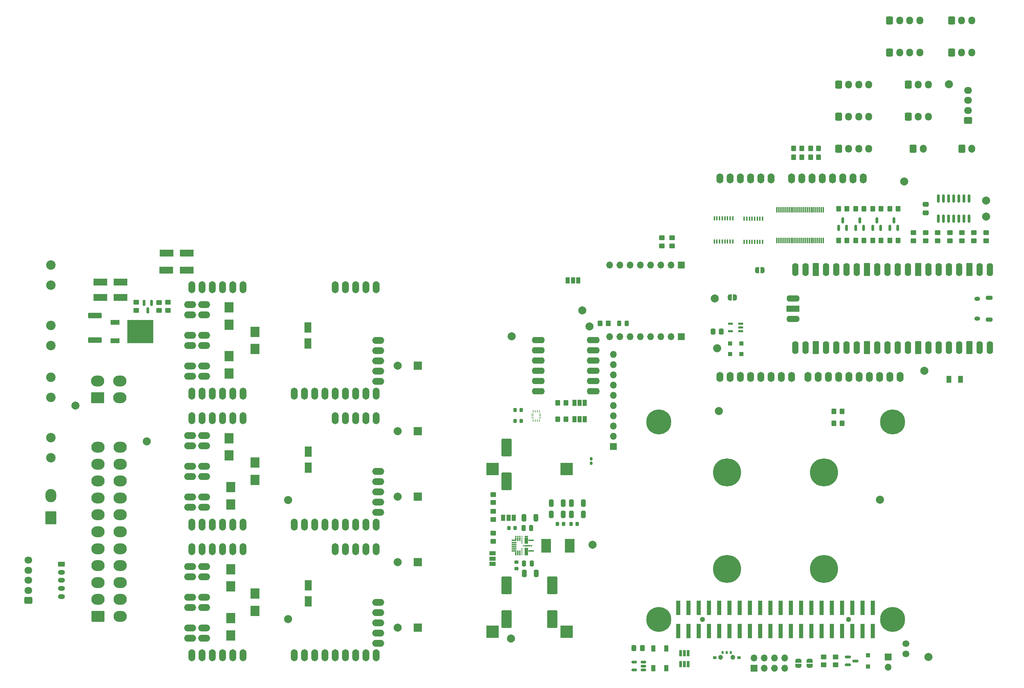
<source format=gbr>
%TF.GenerationSoftware,KiCad,Pcbnew,8.0.3+1*%
%TF.CreationDate,2024-07-23T19:13:49+00:00*%
%TF.ProjectId,OpenMowerMainboard,4f70656e-4d6f-4776-9572-4d61696e626f,rev?*%
%TF.SameCoordinates,Original*%
%TF.FileFunction,Soldermask,Top*%
%TF.FilePolarity,Negative*%
%FSLAX46Y46*%
G04 Gerber Fmt 4.6, Leading zero omitted, Abs format (unit mm)*
G04 Created by KiCad (PCBNEW 8.0.3+1) date 2024-07-23 19:13:49*
%MOMM*%
%LPD*%
G01*
G04 APERTURE LIST*
G04 Aperture macros list*
%AMRoundRect*
0 Rectangle with rounded corners*
0 $1 Rounding radius*
0 $2 $3 $4 $5 $6 $7 $8 $9 X,Y pos of 4 corners*
0 Add a 4 corners polygon primitive as box body*
4,1,4,$2,$3,$4,$5,$6,$7,$8,$9,$2,$3,0*
0 Add four circle primitives for the rounded corners*
1,1,$1+$1,$2,$3*
1,1,$1+$1,$4,$5*
1,1,$1+$1,$6,$7*
1,1,$1+$1,$8,$9*
0 Add four rect primitives between the rounded corners*
20,1,$1+$1,$2,$3,$4,$5,0*
20,1,$1+$1,$4,$5,$6,$7,0*
20,1,$1+$1,$6,$7,$8,$9,0*
20,1,$1+$1,$8,$9,$2,$3,0*%
%AMFreePoly0*
4,1,19,0.500000,-0.750000,0.000000,-0.750000,0.000000,-0.744911,-0.071157,-0.744911,-0.207708,-0.704816,-0.327430,-0.627875,-0.420627,-0.520320,-0.479746,-0.390866,-0.500000,-0.250000,-0.500000,0.250000,-0.479746,0.390866,-0.420627,0.520320,-0.327430,0.627875,-0.207708,0.704816,-0.071157,0.744911,0.000000,0.744911,0.000000,0.750000,0.500000,0.750000,0.500000,-0.750000,0.500000,-0.750000,
$1*%
%AMFreePoly1*
4,1,19,0.000000,0.744911,0.071157,0.744911,0.207708,0.704816,0.327430,0.627875,0.420627,0.520320,0.479746,0.390866,0.500000,0.250000,0.500000,-0.250000,0.479746,-0.390866,0.420627,-0.520320,0.327430,-0.627875,0.207708,-0.704816,0.071157,-0.744911,0.000000,-0.744911,0.000000,-0.750000,-0.500000,-0.750000,-0.500000,0.750000,0.000000,0.750000,0.000000,0.744911,0.000000,0.744911,
$1*%
%AMFreePoly2*
4,1,26,1.935306,0.780194,1.989950,0.741421,2.341421,0.389950,2.388777,0.314585,2.400000,0.248529,2.400000,-0.248529,2.380194,-0.335306,2.341421,-0.389950,1.989950,-0.741421,1.914585,-0.788777,1.848529,-0.800000,0.000000,-0.800000,-0.248529,-0.800000,-0.335306,-0.780194,-0.389950,-0.741421,-0.741421,-0.389950,-0.788777,-0.314585,-0.800000,-0.248529,-0.800000,0.248529,-0.780194,0.335306,
-0.741421,0.389950,-0.389950,0.741421,-0.314585,0.788777,-0.248529,0.800000,1.848529,0.800000,1.935306,0.780194,1.935306,0.780194,$1*%
%AMFreePoly3*
4,1,26,0.335306,0.780194,0.389950,0.741421,0.741421,0.389950,0.788777,0.314585,0.800000,0.248529,0.800000,-0.248529,0.780194,-0.335306,0.741421,-0.389950,0.389950,-0.741421,0.314585,-0.788777,0.248529,-0.800000,0.000000,-0.800000,-0.248529,-0.800000,-0.335306,-0.780194,-0.389950,-0.741421,-0.741421,-0.389950,-0.788777,-0.314585,-0.800000,-0.248529,-0.800000,0.248529,-0.780194,0.335306,
-0.741421,0.389950,-0.389950,0.741421,-0.314585,0.788777,-0.248529,0.800000,0.248529,0.800000,0.335306,0.780194,0.335306,0.780194,$1*%
%AMFreePoly4*
4,1,26,0.335306,2.380194,0.389950,2.341421,0.741421,1.989950,0.788777,1.914585,0.800000,1.848529,0.800000,-0.248529,0.780194,-0.335306,0.741421,-0.389950,0.389950,-0.741421,0.314585,-0.788777,0.248529,-0.800000,0.000000,-0.800000,-0.248529,-0.800000,-0.335306,-0.780194,-0.389950,-0.741421,-0.741421,-0.389950,-0.788777,-0.314585,-0.800000,-0.248529,-0.800000,1.848529,-0.780194,1.935306,
-0.741421,1.989950,-0.389950,2.341421,-0.314585,2.388777,-0.248529,2.400000,0.248529,2.400000,0.335306,2.380194,0.335306,2.380194,$1*%
G04 Aperture macros list end*
%ADD10RoundRect,0.250001X1.399999X-1.099999X1.399999X1.099999X-1.399999X1.099999X-1.399999X-1.099999X0*%
%ADD11O,3.300000X2.700000*%
%ADD12RoundRect,0.250001X1.099999X1.399999X-1.099999X1.399999X-1.099999X-1.399999X1.099999X-1.399999X0*%
%ADD13O,2.700000X3.300000*%
%ADD14RoundRect,0.250000X-0.600000X-0.725000X0.600000X-0.725000X0.600000X0.725000X-0.600000X0.725000X0*%
%ADD15O,1.700000X1.950000*%
%ADD16RoundRect,0.249999X-0.625001X0.350001X-0.625001X-0.350001X0.625001X-0.350001X0.625001X0.350001X0*%
%ADD17O,1.750000X1.200000*%
%ADD18R,3.500000X1.800000*%
%ADD19C,2.000000*%
%ADD20O,1.700000X3.000000*%
%ADD21O,3.000000X1.700000*%
%ADD22R,0.400000X1.000000*%
%ADD23RoundRect,0.250000X-0.450000X0.350000X-0.450000X-0.350000X0.450000X-0.350000X0.450000X0.350000X0*%
%ADD24RoundRect,0.225000X-0.225000X-0.250000X0.225000X-0.250000X0.225000X0.250000X-0.225000X0.250000X0*%
%ADD25RoundRect,0.150000X-0.587500X-0.150000X0.587500X-0.150000X0.587500X0.150000X-0.587500X0.150000X0*%
%ADD26RoundRect,0.250000X0.350000X0.450000X-0.350000X0.450000X-0.350000X-0.450000X0.350000X-0.450000X0*%
%ADD27RoundRect,0.250000X0.450000X-0.350000X0.450000X0.350000X-0.450000X0.350000X-0.450000X-0.350000X0*%
%ADD28R,0.250000X0.475000*%
%ADD29R,0.475000X0.250000*%
%ADD30RoundRect,0.250000X-0.337500X-0.475000X0.337500X-0.475000X0.337500X0.475000X-0.337500X0.475000X0*%
%ADD31R,2.000000X2.000000*%
%ADD32RoundRect,0.243750X-0.243750X-0.456250X0.243750X-0.456250X0.243750X0.456250X-0.243750X0.456250X0*%
%ADD33C,6.950000*%
%ADD34RoundRect,0.150000X0.512500X0.150000X-0.512500X0.150000X-0.512500X-0.150000X0.512500X-0.150000X0*%
%ADD35RoundRect,0.250000X-1.000000X1.950000X-1.000000X-1.950000X1.000000X-1.950000X1.000000X1.950000X0*%
%ADD36C,2.350000*%
%ADD37RoundRect,0.225000X0.225000X0.250000X-0.225000X0.250000X-0.225000X-0.250000X0.225000X-0.250000X0*%
%ADD38R,1.000000X1.500000*%
%ADD39R,1.100000X1.100000*%
%ADD40R,1.700000X1.700000*%
%ADD41O,1.700000X1.700000*%
%ADD42RoundRect,0.250000X-0.350000X-0.450000X0.350000X-0.450000X0.350000X0.450000X-0.350000X0.450000X0*%
%ADD43RoundRect,0.250000X0.325000X0.650000X-0.325000X0.650000X-0.325000X-0.650000X0.325000X-0.650000X0*%
%ADD44R,2.300000X2.500000*%
%ADD45R,2.413000X3.429000*%
%ADD46R,1.800000X2.500000*%
%ADD47RoundRect,0.250000X-0.475000X0.337500X-0.475000X-0.337500X0.475000X-0.337500X0.475000X0.337500X0*%
%ADD48RoundRect,0.150000X0.150000X-0.587500X0.150000X0.587500X-0.150000X0.587500X-0.150000X-0.587500X0*%
%ADD49RoundRect,0.250000X0.725000X-0.600000X0.725000X0.600000X-0.725000X0.600000X-0.725000X-0.600000X0*%
%ADD50O,1.950000X1.700000*%
%ADD51R,3.048000X3.048000*%
%ADD52C,6.200000*%
%ADD53C,1.300000*%
%ADD54R,1.020000X3.600000*%
%ADD55FreePoly0,180.000000*%
%ADD56FreePoly1,180.000000*%
%ADD57RoundRect,0.250000X-0.325000X-0.650000X0.325000X-0.650000X0.325000X0.650000X-0.325000X0.650000X0*%
%ADD58R,0.650000X1.560000*%
%ADD59R,1.190000X1.730000*%
%ADD60RoundRect,0.250000X-0.600000X-0.750000X0.600000X-0.750000X0.600000X0.750000X-0.600000X0.750000X0*%
%ADD61O,1.700000X2.000000*%
%ADD62RoundRect,0.250000X1.000000X-1.950000X1.000000X1.950000X-1.000000X1.950000X-1.000000X-1.950000X0*%
%ADD63R,0.300000X1.425000*%
%ADD64R,1.150000X0.600000*%
%ADD65RoundRect,0.225000X-0.250000X0.225000X-0.250000X-0.225000X0.250000X-0.225000X0.250000X0.225000X0*%
%ADD66C,1.200000*%
%ADD67R,0.600000X0.700000*%
%ADD68R,0.900000X0.700000*%
%ADD69RoundRect,0.250000X-0.250000X-0.475000X0.250000X-0.475000X0.250000X0.475000X-0.250000X0.475000X0*%
%ADD70R,2.200000X1.200000*%
%ADD71R,6.400000X5.800000*%
%ADD72O,1.800000X1.100000*%
%ADD73O,1.450000X1.050000*%
%ADD74FreePoly2,270.000000*%
%ADD75FreePoly3,270.000000*%
%ADD76O,1.600000X3.200000*%
%ADD77C,1.600000*%
%ADD78RoundRect,0.200000X-0.600000X1.400000X-0.600000X-1.400000X0.600000X-1.400000X0.600000X1.400000X0*%
%ADD79RoundRect,0.200000X-0.600000X0.600000X-0.600000X-0.600000X0.600000X-0.600000X0.600000X0.600000X0*%
%ADD80FreePoly4,270.000000*%
%ADD81RoundRect,0.200000X-1.400000X0.600000X-1.400000X-0.600000X1.400000X-0.600000X1.400000X0.600000X0*%
%ADD82O,3.200000X1.600000*%
%ADD83RoundRect,0.160000X-0.160000X0.222500X-0.160000X-0.222500X0.160000X-0.222500X0.160000X0.222500X0*%
%ADD84C,1.700000*%
%ADD85FreePoly0,90.000000*%
%ADD86FreePoly1,90.000000*%
%ADD87RoundRect,0.250000X0.337500X0.475000X-0.337500X0.475000X-0.337500X-0.475000X0.337500X-0.475000X0*%
%ADD88R,0.300000X0.412500*%
%ADD89R,0.300000X0.875000*%
%ADD90R,0.250000X0.400500*%
%ADD91R,0.250000X1.525000*%
%ADD92R,0.950000X0.400500*%
%ADD93R,0.950000X1.525000*%
%ADD94R,0.600000X0.450000*%
%ADD95R,0.825000X0.450000*%
%ADD96R,1.650000X0.300000*%
%ADD97R,0.425000X0.300000*%
%ADD98R,0.850000X0.450000*%
%ADD99R,0.412500X0.450000*%
%ADD100R,0.875000X0.450000*%
%ADD101R,0.412500X0.300000*%
%ADD102R,0.875000X0.300000*%
%ADD103R,0.350000X0.400000*%
%ADD104R,0.350000X0.500000*%
%ADD105R,0.250000X0.600000*%
%ADD106R,0.349998X0.400000*%
%ADD107RoundRect,0.249999X-1.425001X0.450001X-1.425001X-0.450001X1.425001X-0.450001X1.425001X0.450001X0*%
%ADD108R,1.500000X1.000000*%
%ADD109RoundRect,0.150000X0.150000X-0.825000X0.150000X0.825000X-0.150000X0.825000X-0.150000X-0.825000X0*%
%ADD110O,1.727200X2.500000*%
%ADD111RoundRect,0.150000X-0.150000X0.587500X-0.150000X-0.587500X0.150000X-0.587500X0.150000X0.587500X0*%
G04 APERTURE END LIST*
D10*
%TO.C,J1*%
X77596000Y-152333000D03*
D11*
X77596000Y-148133000D03*
X77596000Y-143933000D03*
X77596000Y-139733000D03*
X77596000Y-135533000D03*
X77596000Y-131333000D03*
X77596000Y-127133000D03*
X77596000Y-122933000D03*
X77596000Y-118733000D03*
X77596000Y-114533000D03*
X77596000Y-110333000D03*
X83096000Y-152333000D03*
X83096000Y-148133000D03*
X83096000Y-143933000D03*
X83096000Y-139733000D03*
X83096000Y-135533000D03*
X83096000Y-131333000D03*
X83096000Y-127133000D03*
X83096000Y-122933000D03*
X83096000Y-118733000D03*
X83096000Y-114533000D03*
X83096000Y-110333000D03*
%TD*%
D12*
%TO.C,J3*%
X65900000Y-127869000D03*
D13*
X65900000Y-122369000D03*
%TD*%
D14*
%TO.C,J13*%
X278590000Y-20328000D03*
D15*
X281090000Y-20328000D03*
X283590000Y-20328000D03*
%TD*%
D14*
%TO.C,J14*%
X278590000Y-28295500D03*
D15*
X281090000Y-28295500D03*
X283590000Y-28295500D03*
%TD*%
D14*
%TO.C,J5*%
X273965000Y-4393000D03*
D15*
X276465000Y-4393000D03*
X278965000Y-4393000D03*
X281465000Y-4393000D03*
%TD*%
D14*
%TO.C,J6*%
X273965000Y-12360500D03*
D15*
X276465000Y-12360500D03*
X278965000Y-12360500D03*
X281465000Y-12360500D03*
%TD*%
D14*
%TO.C,J7*%
X261340000Y-20328000D03*
D15*
X263840000Y-20328000D03*
X266340000Y-20328000D03*
X268840000Y-20328000D03*
%TD*%
D14*
%TO.C,J8*%
X261340000Y-28295500D03*
D15*
X263840000Y-28295500D03*
X266340000Y-28295500D03*
X268840000Y-28295500D03*
%TD*%
D14*
%TO.C,J9*%
X261340000Y-36263000D03*
D15*
X263840000Y-36263000D03*
X266340000Y-36263000D03*
X268840000Y-36263000D03*
%TD*%
D14*
%TO.C,J12*%
X289336000Y-12360500D03*
D15*
X291836000Y-12360500D03*
X294336000Y-12360500D03*
%TD*%
D16*
%TO.C,J10*%
X68541000Y-139387000D03*
D17*
X68541000Y-141387000D03*
X68541000Y-143387000D03*
X68541000Y-145387000D03*
X68541000Y-147387000D03*
%TD*%
D14*
%TO.C,J11*%
X289336000Y-4393000D03*
D15*
X291836000Y-4393000D03*
X294336000Y-4393000D03*
%TD*%
D18*
%TO.C,D15*%
X99670000Y-62183000D03*
X94670000Y-62183000D03*
%TD*%
D19*
%TO.C,FID16*%
X72000000Y-100000000D03*
%TD*%
D20*
%TO.C,U5*%
X144121000Y-129523000D03*
X141581000Y-129523000D03*
X136501000Y-129523000D03*
X133961000Y-129523000D03*
X131421000Y-129523000D03*
X139041000Y-129523000D03*
X108561000Y-129523000D03*
X108561000Y-103123000D03*
X106021000Y-129523000D03*
X106021000Y-103123000D03*
X128881000Y-129523000D03*
D21*
X147161000Y-126483000D03*
X147161000Y-123943000D03*
X147161000Y-118863000D03*
X147161000Y-116323000D03*
D20*
X146661000Y-103123000D03*
X144121000Y-103123000D03*
X141581000Y-103123000D03*
X139041000Y-103123000D03*
X146661000Y-129523000D03*
D21*
X147161000Y-121403000D03*
D20*
X136501000Y-103123000D03*
X126341000Y-129523000D03*
X103481000Y-129523000D03*
X103481000Y-103123000D03*
X100941000Y-129523000D03*
X100941000Y-103123000D03*
D21*
X103981000Y-109973000D03*
X103981000Y-107433000D03*
X100441000Y-109973000D03*
X100441000Y-107433000D03*
X103981000Y-117593000D03*
X103981000Y-115053000D03*
X100441000Y-117593000D03*
X100441000Y-115053000D03*
D20*
X113641000Y-129523000D03*
X113641000Y-103123000D03*
X111101000Y-129523000D03*
X111101000Y-103123000D03*
D21*
X103981000Y-125213000D03*
X103981000Y-122673000D03*
X100441000Y-125213000D03*
X100441000Y-122673000D03*
%TD*%
D22*
%TO.C,U9*%
X230515000Y-59293000D03*
X231165000Y-59293000D03*
X231815000Y-59293000D03*
X232465000Y-59293000D03*
X233115000Y-59293000D03*
X233765000Y-59293000D03*
X234415000Y-59293000D03*
X235065000Y-59293000D03*
X235065000Y-53493000D03*
X234415000Y-53493000D03*
X233765000Y-53493000D03*
X233115000Y-53493000D03*
X232465000Y-53493000D03*
X231815000Y-53493000D03*
X231165000Y-53493000D03*
X230515000Y-53493000D03*
%TD*%
D23*
%TO.C,R5*%
X260590000Y-162393000D03*
X260590000Y-164393000D03*
%TD*%
D24*
%TO.C,C19*%
X194971000Y-129383000D03*
X196521000Y-129383000D03*
%TD*%
D25*
%TO.C,Q3*%
X263652500Y-162443000D03*
X263652500Y-164343000D03*
X265527500Y-163393000D03*
%TD*%
D26*
%TO.C,R41*%
X256390000Y-36193000D03*
X254390000Y-36193000D03*
%TD*%
D27*
%TO.C,R26*%
X94996000Y-76363000D03*
X94996000Y-74363000D03*
%TD*%
D28*
%TO.C,AC1201*%
X187096000Y-101420500D03*
X186596000Y-101420500D03*
X186096000Y-101420500D03*
X185596000Y-101420500D03*
D29*
X185433500Y-102083000D03*
X185433500Y-102583000D03*
X185433500Y-103083000D03*
D28*
X185596000Y-103745500D03*
X186096000Y-103745500D03*
X186596000Y-103745500D03*
X187096000Y-103745500D03*
D29*
X187258500Y-103083000D03*
X187258500Y-102583000D03*
X187258500Y-102083000D03*
%TD*%
D19*
%TO.C,FID6*%
X231590000Y-101393000D03*
%TD*%
D30*
%TO.C,C25*%
X210552500Y-160193000D03*
X212627500Y-160193000D03*
%TD*%
D31*
%TO.C,C3*%
X156958400Y-106347995D03*
D19*
X151958400Y-106347995D03*
%TD*%
D32*
%TO.C,D23*%
X206868500Y-79583000D03*
X208743500Y-79583000D03*
%TD*%
D26*
%TO.C,R14*%
X193698000Y-99359800D03*
X191698000Y-99359800D03*
%TD*%
D33*
%TO.C,MH6*%
X233690000Y-140593000D03*
%TD*%
D34*
%TO.C,U7*%
X212897500Y-165613000D03*
X212897500Y-164663000D03*
X212897500Y-163713000D03*
X210622500Y-163713000D03*
X210622500Y-165613000D03*
%TD*%
D35*
%TO.C,C10*%
X190346000Y-144583000D03*
X190346000Y-152983000D03*
%TD*%
D36*
%TO.C,F4*%
X65900000Y-85100000D03*
X65900000Y-80100000D03*
X65900000Y-70100000D03*
X65900000Y-65100000D03*
%TD*%
D26*
%TO.C,R40*%
X252190000Y-36193000D03*
X250190000Y-36193000D03*
%TD*%
D37*
%TO.C,C24*%
X182621000Y-103833000D03*
X181071000Y-103833000D03*
%TD*%
D27*
%TO.C,R50*%
X297910000Y-59113000D03*
X297910000Y-57113000D03*
%TD*%
D38*
%TO.C,JP1*%
X196739800Y-68930800D03*
X195439800Y-68930800D03*
X194139800Y-68930800D03*
%TD*%
D26*
%TO.C,R43*%
X256390000Y-38393000D03*
X254390000Y-38393000D03*
%TD*%
D23*
%TO.C,R13*%
X217475000Y-58348000D03*
X217475000Y-60348000D03*
%TD*%
D39*
%TO.C,D14*%
X234390000Y-87193000D03*
X237190000Y-87193000D03*
%TD*%
D31*
%TO.C,C2*%
X156958400Y-155154980D03*
D19*
X151958400Y-155154980D03*
%TD*%
D20*
%TO.C,U4*%
X144121000Y-162023000D03*
X141581000Y-162023000D03*
X136501000Y-162023000D03*
X133961000Y-162023000D03*
X131421000Y-162023000D03*
X139041000Y-162023000D03*
X108561000Y-162023000D03*
X108561000Y-135623000D03*
X106021000Y-162023000D03*
X106021000Y-135623000D03*
X128881000Y-162023000D03*
D21*
X147161000Y-158983000D03*
X147161000Y-156443000D03*
X147161000Y-151363000D03*
X147161000Y-148823000D03*
D20*
X146661000Y-135623000D03*
X144121000Y-135623000D03*
X141581000Y-135623000D03*
X139041000Y-135623000D03*
X146661000Y-162023000D03*
D21*
X147161000Y-153903000D03*
D20*
X136501000Y-135623000D03*
X126341000Y-162023000D03*
X103481000Y-162023000D03*
X103481000Y-135623000D03*
X100941000Y-162023000D03*
X100941000Y-135623000D03*
D21*
X103981000Y-142473000D03*
X103981000Y-139933000D03*
X100441000Y-142473000D03*
X100441000Y-139933000D03*
X103981000Y-150093000D03*
X103981000Y-147553000D03*
X100441000Y-150093000D03*
X100441000Y-147553000D03*
D20*
X113641000Y-162023000D03*
X113641000Y-135623000D03*
X111101000Y-162023000D03*
X111101000Y-135623000D03*
D21*
X103981000Y-157713000D03*
X103981000Y-155173000D03*
X100441000Y-157713000D03*
X100441000Y-155173000D03*
%TD*%
D40*
%TO.C,J20*%
X205429200Y-110190800D03*
D41*
X205429200Y-107650800D03*
X205429200Y-105110800D03*
X205429200Y-102570800D03*
X205429200Y-100030800D03*
X205429200Y-97490800D03*
X205429200Y-94950800D03*
X205429200Y-92410800D03*
X205429200Y-89870800D03*
X205429200Y-87330800D03*
%TD*%
D42*
%TO.C,R15*%
X269806666Y-58993000D03*
X271806666Y-58993000D03*
%TD*%
D33*
%TO.C,MH7*%
X233690000Y-116593000D03*
%TD*%
D19*
%TO.C,FID5*%
X283590000Y-162393000D03*
%TD*%
D23*
%TO.C,R48*%
X294910000Y-57113000D03*
X294910000Y-59113000D03*
%TD*%
D35*
%TO.C,C9*%
X178946000Y-144583000D03*
X178946000Y-152983000D03*
%TD*%
D37*
%TO.C,C18*%
X193121000Y-129383000D03*
X191571000Y-129383000D03*
%TD*%
D19*
%TO.C,FID11*%
X180265000Y-82810000D03*
%TD*%
D38*
%TO.C,JP10*%
X195798000Y-103419800D03*
X197098000Y-103419800D03*
X198398000Y-103419800D03*
%TD*%
D43*
%TO.C,C16*%
X193021000Y-126983000D03*
X190071000Y-126983000D03*
%TD*%
D44*
%TO.C,D7*%
X110096000Y-112408000D03*
X110096000Y-108108000D03*
%TD*%
D45*
%TO.C,L1*%
X188825000Y-134783000D03*
X194667000Y-134783000D03*
%TD*%
D46*
%TO.C,D19*%
X129746000Y-115433000D03*
X129746000Y-111433000D03*
%TD*%
D44*
%TO.C,D5*%
X110596000Y-157038000D03*
X110596000Y-152738000D03*
%TD*%
D20*
%TO.C,U6*%
X144121000Y-97023000D03*
X141581000Y-97023000D03*
X136501000Y-97023000D03*
X133961000Y-97023000D03*
X131421000Y-97023000D03*
X139041000Y-97023000D03*
X108561000Y-97023000D03*
X108561000Y-70623000D03*
X106021000Y-97023000D03*
X106021000Y-70623000D03*
X128881000Y-97023000D03*
D21*
X147161000Y-93983000D03*
X147161000Y-91443000D03*
X147161000Y-86363000D03*
X147161000Y-83823000D03*
D20*
X146661000Y-70623000D03*
X144121000Y-70623000D03*
X141581000Y-70623000D03*
X139041000Y-70623000D03*
X146661000Y-97023000D03*
D21*
X147161000Y-88903000D03*
D20*
X136501000Y-70623000D03*
X126341000Y-97023000D03*
X103481000Y-97023000D03*
X103481000Y-70623000D03*
X100941000Y-97023000D03*
X100941000Y-70623000D03*
D21*
X103981000Y-77473000D03*
X103981000Y-74933000D03*
X100441000Y-77473000D03*
X100441000Y-74933000D03*
X103981000Y-85093000D03*
X103981000Y-82553000D03*
X100441000Y-85093000D03*
X100441000Y-82553000D03*
D20*
X113641000Y-97023000D03*
X113641000Y-70623000D03*
X111101000Y-97023000D03*
X111101000Y-70623000D03*
D21*
X103981000Y-92713000D03*
X103981000Y-90173000D03*
X100441000Y-92713000D03*
X100441000Y-90173000D03*
%TD*%
D44*
%TO.C,D9*%
X116596000Y-118483000D03*
X116596000Y-114183000D03*
%TD*%
D23*
%TO.C,R11*%
X175646000Y-126283000D03*
X175646000Y-128283000D03*
%TD*%
D27*
%TO.C,R7*%
X220015000Y-60348000D03*
X220015000Y-58348000D03*
%TD*%
D33*
%TO.C,MH5*%
X257690000Y-140593000D03*
%TD*%
D39*
%TO.C,D13*%
X237190000Y-84593000D03*
X234390000Y-84593000D03*
%TD*%
D27*
%TO.C,R44*%
X288910000Y-59113000D03*
X288910000Y-57113000D03*
%TD*%
D23*
%TO.C,R12*%
X175646000Y-122083000D03*
X175646000Y-124083000D03*
%TD*%
D36*
%TO.C,F2*%
X65900000Y-93000000D03*
X65900000Y-98000000D03*
X65900000Y-108000000D03*
X65900000Y-113000000D03*
%TD*%
D31*
%TO.C,C6*%
X156958400Y-138885985D03*
D19*
X151958400Y-138885985D03*
%TD*%
D22*
%TO.C,U10*%
X237915000Y-59393000D03*
X238565000Y-59393000D03*
X239215000Y-59393000D03*
X239865000Y-59393000D03*
X240515000Y-59393000D03*
X241165000Y-59393000D03*
X241815000Y-59393000D03*
X242465000Y-59393000D03*
X242465000Y-53593000D03*
X241815000Y-53593000D03*
X241165000Y-53593000D03*
X240515000Y-53593000D03*
X239865000Y-53593000D03*
X239215000Y-53593000D03*
X238565000Y-53593000D03*
X237915000Y-53593000D03*
%TD*%
D46*
%TO.C,D20*%
X129696000Y-84633000D03*
X129696000Y-80633000D03*
%TD*%
D47*
%TO.C,C5*%
X282910000Y-50075500D03*
X282910000Y-52150500D03*
%TD*%
D19*
%TO.C,FID1*%
X199546000Y-80383000D03*
%TD*%
%TO.C,FID9*%
X197746000Y-76383000D03*
%TD*%
D48*
%TO.C,Q16*%
X274089999Y-55930500D03*
X275989999Y-55930500D03*
X275039999Y-54055500D03*
%TD*%
D49*
%TO.C,J4*%
X60346000Y-148383000D03*
D50*
X60346000Y-145883000D03*
X60346000Y-143383000D03*
X60346000Y-140883000D03*
X60346000Y-138383000D03*
%TD*%
D51*
%TO.C,U1*%
X193870000Y-156133000D03*
X175470000Y-156133000D03*
X175470000Y-115733000D03*
X193870000Y-115733000D03*
%TD*%
D19*
%TO.C,FID10*%
X124746000Y-123483000D03*
%TD*%
D52*
%TO.C,MH3*%
X216690000Y-104093000D03*
%TD*%
D53*
%TO.C,J21*%
X227590000Y-153093000D03*
X263790000Y-153093000D03*
D54*
X221560000Y-150193000D03*
X221560000Y-155993000D03*
X224100000Y-150193000D03*
X224100000Y-155993000D03*
X226640000Y-150193000D03*
X226640000Y-155993000D03*
X229180000Y-150193000D03*
X229180000Y-155993000D03*
X231720000Y-150193000D03*
X231720000Y-155993000D03*
X234260000Y-150193000D03*
X234260000Y-155993000D03*
X236800000Y-150193000D03*
X236800000Y-155993000D03*
X239340000Y-150193000D03*
X239340000Y-155993000D03*
X241880000Y-150193000D03*
X241880000Y-155993000D03*
X244420000Y-150193000D03*
X244420000Y-155993000D03*
X246960000Y-150193000D03*
X246960000Y-155993000D03*
X249500000Y-150193000D03*
X249500000Y-155993000D03*
X252040000Y-150193000D03*
X252040000Y-155993000D03*
X254580000Y-150193000D03*
X254580000Y-155993000D03*
X257120000Y-150193000D03*
X257120000Y-155993000D03*
X259660000Y-150193000D03*
X259660000Y-155993000D03*
X262200000Y-150193000D03*
X262200000Y-155993000D03*
X264740000Y-150193000D03*
X264740000Y-155993000D03*
X267280000Y-150193000D03*
X267280000Y-155993000D03*
X269820000Y-150193000D03*
X269820000Y-155993000D03*
%TD*%
D55*
%TO.C,JP6*%
X235640000Y-73193000D03*
D56*
X234340000Y-73193000D03*
%TD*%
D23*
%TO.C,R46*%
X282910000Y-57113000D03*
X282910000Y-59113000D03*
%TD*%
D42*
%TO.C,R2*%
X260190000Y-101423000D03*
X262190000Y-101423000D03*
%TD*%
%TO.C,R9*%
X265573333Y-58993000D03*
X267573333Y-58993000D03*
%TD*%
%TO.C,R10*%
X265573333Y-51193000D03*
X267573333Y-51193000D03*
%TD*%
D31*
%TO.C,C7*%
X156958400Y-122616990D03*
D19*
X151958400Y-122616990D03*
%TD*%
D42*
%TO.C,R19*%
X274039999Y-58993000D03*
X276039999Y-58993000D03*
%TD*%
D57*
%TO.C,C20*%
X195071000Y-124183000D03*
X198021000Y-124183000D03*
%TD*%
D44*
%TO.C,D10*%
X110096000Y-79908000D03*
X110096000Y-75608000D03*
%TD*%
D58*
%TO.C,U3*%
X224020000Y-161453000D03*
X223070000Y-161453000D03*
X222120000Y-161453000D03*
X222120000Y-164153000D03*
X223070000Y-164153000D03*
X224020000Y-164153000D03*
%TD*%
D42*
%TO.C,R18*%
X202186000Y-79583000D03*
X204186000Y-79583000D03*
%TD*%
D26*
%TO.C,R42*%
X252190000Y-38393000D03*
X250190000Y-38393000D03*
%TD*%
D23*
%TO.C,R49*%
X291910000Y-57113000D03*
X291910000Y-59113000D03*
%TD*%
D31*
%TO.C,C8*%
X156958400Y-90079000D03*
D19*
X151958400Y-90079000D03*
%TD*%
D42*
%TO.C,R16*%
X269806666Y-51193000D03*
X271806666Y-51193000D03*
%TD*%
D57*
%TO.C,C11*%
X183271000Y-127883000D03*
X186221000Y-127883000D03*
%TD*%
D59*
%TO.C,F1*%
X288658800Y-93489800D03*
X291558800Y-93489800D03*
%TD*%
D43*
%TO.C,C22*%
X193021000Y-124183000D03*
X190071000Y-124183000D03*
%TD*%
D60*
%TO.C,J18*%
X291910000Y-36263000D03*
D61*
X294410000Y-36263000D03*
%TD*%
D62*
%TO.C,C23*%
X178946000Y-118783000D03*
X178946000Y-110383000D03*
%TD*%
D52*
%TO.C,MH4*%
X274690000Y-104093000D03*
%TD*%
D38*
%TO.C,JP5*%
X178146000Y-127883000D03*
X179446000Y-127883000D03*
X180746000Y-127883000D03*
%TD*%
D37*
%TO.C,C17*%
X181121000Y-130383000D03*
X179571000Y-130383000D03*
%TD*%
D27*
%TO.C,R27*%
X92796000Y-76413000D03*
X92796000Y-74413000D03*
%TD*%
%TO.C,R4*%
X257590000Y-164393000D03*
X257590000Y-162393000D03*
%TD*%
D63*
%TO.C,IC1*%
X257540000Y-51381000D03*
X257040000Y-51381000D03*
X256540000Y-51381000D03*
X256040000Y-51381000D03*
X255540000Y-51381000D03*
X255040000Y-51381000D03*
X254540000Y-51381000D03*
X254040000Y-51381000D03*
X253540000Y-51381000D03*
X253040000Y-51381000D03*
X252540000Y-51381000D03*
X252040000Y-51381000D03*
X251540000Y-51381000D03*
X251040000Y-51381000D03*
X250540000Y-51381000D03*
X250040000Y-51381000D03*
X249540000Y-51381000D03*
X249040000Y-51381000D03*
X248540000Y-51381000D03*
X248040000Y-51381000D03*
X247540000Y-51381000D03*
X247040000Y-51381000D03*
X246540000Y-51381000D03*
X246040000Y-51381000D03*
X246040000Y-59005000D03*
X246540000Y-59005000D03*
X247040000Y-59005000D03*
X247540000Y-59005000D03*
X248040000Y-59005000D03*
X248540000Y-59005000D03*
X249040000Y-59005000D03*
X249540000Y-59005000D03*
X250040000Y-59005000D03*
X250540000Y-59005000D03*
X251040000Y-59005000D03*
X251540000Y-59005000D03*
X252040000Y-59005000D03*
X252540000Y-59005000D03*
X253040000Y-59005000D03*
X253540000Y-59005000D03*
X254040000Y-59005000D03*
X254540000Y-59005000D03*
X255040000Y-59005000D03*
X255540000Y-59005000D03*
X256040000Y-59005000D03*
X256540000Y-59005000D03*
X257040000Y-59005000D03*
X257540000Y-59005000D03*
%TD*%
D64*
%TO.C,IC2*%
X237090000Y-81543000D03*
X237090000Y-80593000D03*
X237090000Y-79643000D03*
X234490000Y-79643000D03*
X234490000Y-81543000D03*
%TD*%
D60*
%TO.C,J17*%
X279840000Y-36263000D03*
D61*
X282340000Y-36263000D03*
%TD*%
D65*
%TO.C,C15*%
X181446000Y-138908000D03*
X181446000Y-140458000D03*
%TD*%
D48*
%TO.C,Q13*%
X261390000Y-55930500D03*
X263290000Y-55930500D03*
X262340000Y-54055500D03*
%TD*%
D44*
%TO.C,D11*%
X110096000Y-92038000D03*
X110096000Y-87738000D03*
%TD*%
D19*
%TO.C,FID15*%
X180076000Y-157828000D03*
%TD*%
D26*
%TO.C,R17*%
X193698000Y-103423800D03*
X191698000Y-103423800D03*
%TD*%
D42*
%TO.C,R20*%
X274039999Y-51193000D03*
X276039999Y-51193000D03*
%TD*%
D49*
%TO.C,J19*%
X293460000Y-29245500D03*
D50*
X293460000Y-26745500D03*
X293460000Y-24245500D03*
X293460000Y-21745500D03*
%TD*%
D44*
%TO.C,D4*%
X110596000Y-144908000D03*
X110596000Y-140608000D03*
%TD*%
D48*
%TO.C,Q15*%
X269856666Y-55930500D03*
X271756666Y-55930500D03*
X270806666Y-54055500D03*
%TD*%
D19*
%TO.C,FID13*%
X124746000Y-153033000D03*
%TD*%
D66*
%TO.C,SW1*%
X232090000Y-162490500D03*
X235090000Y-162490500D03*
D67*
X232590000Y-161300500D03*
X234590000Y-161300500D03*
D68*
X236590000Y-162560500D03*
X230590000Y-162560500D03*
D67*
X233590000Y-161300500D03*
%TD*%
D69*
%TO.C,C14*%
X183196000Y-130383000D03*
X185096000Y-130383000D03*
%TD*%
D19*
%TO.C,FID12*%
X89746000Y-108933000D03*
%TD*%
D44*
%TO.C,D12*%
X116596000Y-85983000D03*
X116596000Y-81683000D03*
%TD*%
D46*
%TO.C,D18*%
X129746000Y-148583000D03*
X129746000Y-144583000D03*
%TD*%
D52*
%TO.C,MH2*%
X216690000Y-153093000D03*
%TD*%
D44*
%TO.C,D6*%
X116596000Y-150983000D03*
X116596000Y-146683000D03*
%TD*%
D70*
%TO.C,Q6*%
X81826000Y-79353000D03*
D71*
X88126000Y-81633000D03*
D70*
X81826000Y-83913000D03*
%TD*%
D27*
%TO.C,R8*%
X175646000Y-133683000D03*
X175646000Y-131683000D03*
%TD*%
D38*
%TO.C,D25*%
X215375000Y-165198000D03*
X218575000Y-165198000D03*
X218575000Y-160298000D03*
X215375000Y-160298000D03*
%TD*%
D33*
%TO.C,MH8*%
X257690000Y-116593000D03*
%TD*%
D19*
%TO.C,TP5*%
X231190000Y-85793000D03*
%TD*%
D72*
%TO.C,U11*%
X298726544Y-73230104D03*
D73*
X295696544Y-73530104D03*
X295696544Y-78380104D03*
D72*
X298726544Y-78680104D03*
D74*
X298856544Y-65465104D03*
D75*
X298856544Y-67065104D03*
D76*
X296316544Y-66265104D03*
D77*
X296316544Y-67065104D03*
D78*
X293776544Y-66265104D03*
D79*
X293776544Y-67065104D03*
D76*
X291236544Y-66265104D03*
D77*
X291236544Y-67065104D03*
D76*
X288696544Y-66265104D03*
D77*
X288696544Y-67065104D03*
D76*
X286156544Y-66265104D03*
D77*
X286156544Y-67065104D03*
D76*
X283616544Y-66265104D03*
D77*
X283616544Y-67065104D03*
D78*
X281076544Y-66265104D03*
D79*
X281076544Y-67065104D03*
D76*
X278536544Y-66265104D03*
D77*
X278536544Y-67065104D03*
D76*
X275996544Y-66265104D03*
D77*
X275996544Y-67065104D03*
D76*
X273456544Y-66265104D03*
D77*
X273456544Y-67065104D03*
D76*
X270916544Y-66265104D03*
D77*
X270916544Y-67065104D03*
D78*
X268376544Y-66265104D03*
D79*
X268376544Y-67065104D03*
D76*
X265836544Y-66265104D03*
D77*
X265836544Y-67065104D03*
D76*
X263296544Y-66265104D03*
D77*
X263296544Y-67065104D03*
D76*
X260756544Y-66265104D03*
D77*
X260756544Y-67065104D03*
D76*
X258216544Y-66265104D03*
D77*
X258216544Y-67065104D03*
D78*
X255676544Y-66265104D03*
D79*
X255676544Y-67065104D03*
D76*
X253136544Y-66265104D03*
D77*
X253136544Y-67065104D03*
D76*
X250596544Y-66265104D03*
D77*
X250596544Y-67065104D03*
X250596544Y-84845104D03*
D76*
X250596544Y-85645104D03*
D77*
X253136544Y-84845104D03*
D76*
X253136544Y-85645104D03*
D79*
X255676544Y-84845104D03*
D78*
X255676544Y-85645104D03*
D77*
X258216544Y-84845104D03*
D76*
X258216544Y-85645104D03*
D77*
X260756544Y-84845104D03*
D76*
X260756544Y-85645104D03*
D77*
X263296544Y-84845104D03*
D76*
X263296544Y-85645104D03*
D77*
X265836544Y-84845104D03*
D76*
X265836544Y-85645104D03*
D79*
X268376544Y-84845104D03*
D78*
X268376544Y-85645104D03*
D77*
X270916544Y-84845104D03*
D76*
X270916544Y-85645104D03*
D77*
X273456544Y-84845104D03*
D76*
X273456544Y-85645104D03*
D77*
X275996544Y-84845104D03*
D76*
X275996544Y-85645104D03*
D77*
X278536544Y-84845104D03*
D76*
X278536544Y-85645104D03*
D79*
X281076544Y-84845104D03*
D78*
X281076544Y-85645104D03*
D77*
X283616544Y-84845104D03*
D76*
X283616544Y-85645104D03*
D77*
X286156544Y-84845104D03*
D76*
X286156544Y-85645104D03*
D77*
X288696544Y-84845104D03*
D76*
X288696544Y-85645104D03*
D77*
X291236544Y-84845104D03*
D76*
X291236544Y-85645104D03*
D79*
X293776544Y-84845104D03*
D78*
X293776544Y-85645104D03*
D77*
X296316544Y-84845104D03*
D76*
X296316544Y-85645104D03*
D77*
X298856544Y-84845104D03*
D76*
X298856544Y-85645104D03*
D75*
X250826544Y-73415104D03*
D80*
X249226544Y-73415104D03*
D79*
X250826544Y-75955104D03*
D81*
X250026544Y-75955104D03*
D77*
X250826544Y-78495104D03*
D82*
X250026544Y-78495104D03*
%TD*%
D83*
%TO.C,D17*%
X199946000Y-113210500D03*
X199946000Y-114355500D03*
%TD*%
D84*
%TO.C,SW2*%
X278069200Y-161663400D03*
X278069200Y-159123400D03*
%TD*%
D40*
%TO.C,J23*%
X222345000Y-82926000D03*
D41*
X219805000Y-82926000D03*
X217265000Y-82926000D03*
X214725000Y-82926000D03*
X212185000Y-82926000D03*
X209645000Y-82926000D03*
X207105000Y-82926000D03*
X204565000Y-82926000D03*
%TD*%
D42*
%TO.C,R3*%
X261340000Y-58993000D03*
X263340000Y-58993000D03*
%TD*%
D19*
%TO.C,FID4*%
X277590000Y-44393000D03*
%TD*%
D23*
%TO.C,R28*%
X87096000Y-74353000D03*
X87096000Y-76353000D03*
%TD*%
D40*
%TO.C,J16*%
X222345000Y-65146000D03*
D41*
X219805000Y-65146000D03*
X217265000Y-65146000D03*
X214725000Y-65146000D03*
X212185000Y-65146000D03*
X209645000Y-65146000D03*
X207105000Y-65146000D03*
X204565000Y-65146000D03*
%TD*%
D55*
%TO.C,JP9*%
X242440000Y-66393000D03*
D56*
X241140000Y-66393000D03*
%TD*%
D37*
%TO.C,C26*%
X182621000Y-101083000D03*
X181071000Y-101083000D03*
%TD*%
D18*
%TO.C,D2*%
X78246000Y-73183000D03*
X83246000Y-73183000D03*
%TD*%
D19*
%TO.C,FID7*%
X200346000Y-134583000D03*
%TD*%
D85*
%TO.C,JP8*%
X254190000Y-164643000D03*
D86*
X254190000Y-163343000D03*
%TD*%
D87*
%TO.C,C1*%
X232227500Y-81593000D03*
X230152500Y-81593000D03*
%TD*%
D88*
%TO.C,IC3*%
X181796000Y-137026750D03*
D89*
X181796000Y-136395000D03*
D88*
X182296000Y-137026750D03*
D89*
X182296000Y-136395000D03*
D90*
X182796000Y-137032750D03*
D91*
X182796000Y-136070000D03*
D92*
X183846000Y-137032750D03*
D93*
X183846000Y-136070000D03*
D94*
X184621000Y-136108000D03*
D95*
X185333500Y-136108000D03*
D96*
X184096000Y-134783000D03*
D97*
X185133500Y-134783000D03*
D94*
X184621000Y-133458000D03*
D98*
X185346000Y-133458000D03*
D93*
X183846000Y-133496000D03*
D92*
X183846000Y-132533250D03*
D91*
X182796000Y-133496000D03*
D90*
X182796000Y-132533250D03*
D89*
X182296000Y-133171000D03*
D88*
X182296000Y-132539250D03*
D89*
X181796000Y-133171000D03*
D88*
X181796000Y-132539250D03*
D99*
X180377250Y-133458000D03*
D100*
X181009000Y-133458000D03*
D101*
X180377250Y-134033000D03*
D102*
X181009000Y-134033000D03*
D101*
X180377250Y-134533000D03*
D102*
X181009000Y-134533000D03*
D101*
X180377250Y-135033000D03*
D102*
X181009000Y-135033000D03*
D101*
X180377250Y-135533000D03*
D102*
X181009000Y-135533000D03*
D99*
X180377250Y-136108000D03*
D100*
X181009000Y-136108000D03*
D103*
X181271000Y-137033000D03*
D104*
X181271000Y-136583000D03*
D105*
X183146000Y-134783000D03*
D104*
X181271000Y-132983000D03*
D106*
X181271001Y-132533000D03*
%TD*%
D19*
%TO.C,FID14*%
X288665000Y-20210000D03*
%TD*%
D44*
%TO.C,D8*%
X110596000Y-124538000D03*
X110596000Y-120238000D03*
%TD*%
D19*
%TO.C,TP2*%
X297910000Y-49113000D03*
%TD*%
D57*
%TO.C,C21*%
X195071000Y-126983000D03*
X198021000Y-126983000D03*
%TD*%
D40*
%TO.C,J22*%
X240390000Y-165193000D03*
D41*
X240390000Y-162653000D03*
X242930000Y-165193000D03*
X242930000Y-162653000D03*
X245470000Y-165193000D03*
X245470000Y-162653000D03*
X248010000Y-165193000D03*
X248010000Y-162653000D03*
%TD*%
D19*
%TO.C,FID2*%
X271590000Y-123393000D03*
%TD*%
D57*
%TO.C,C12*%
X183371000Y-141683000D03*
X186321000Y-141683000D03*
%TD*%
D107*
%TO.C,R51*%
X76846000Y-77633000D03*
X76846000Y-83733000D03*
%TD*%
D19*
%TO.C,FID8*%
X282590000Y-91393000D03*
%TD*%
D38*
%TO.C,JP11*%
X195798000Y-99355800D03*
X197098000Y-99355800D03*
X198398000Y-99355800D03*
%TD*%
D108*
%TO.C,JP4*%
X175503500Y-139283000D03*
X175503500Y-137983000D03*
X175503500Y-136683000D03*
%TD*%
D52*
%TO.C,MH1*%
X274690000Y-153093000D03*
%TD*%
D82*
%TO.C,WT901*%
X200449200Y-96429000D03*
X200449200Y-93889000D03*
X200449200Y-91349000D03*
X200449200Y-88809000D03*
X200449200Y-86269000D03*
X200449200Y-83729000D03*
X186849200Y-96429000D03*
X186849200Y-93889000D03*
X186849200Y-91349000D03*
X186849200Y-88809000D03*
X186849200Y-86269000D03*
X186849200Y-83729000D03*
%TD*%
D85*
%TO.C,JP7*%
X251390000Y-164643000D03*
D86*
X251390000Y-163343000D03*
%TD*%
D109*
%TO.C,U2*%
X286100000Y-53588000D03*
X287370000Y-53588000D03*
X288640000Y-53588000D03*
X289910000Y-53588000D03*
X291180000Y-53588000D03*
X292450000Y-53588000D03*
X293720000Y-53588000D03*
X293720000Y-48638000D03*
X292450000Y-48638000D03*
X291180000Y-48638000D03*
X289910000Y-48638000D03*
X288640000Y-48638000D03*
X287370000Y-48638000D03*
X286100000Y-48638000D03*
%TD*%
D23*
%TO.C,R47*%
X285910000Y-57113000D03*
X285910000Y-59113000D03*
%TD*%
D69*
%TO.C,C13*%
X183296000Y-139183000D03*
X185196000Y-139183000D03*
%TD*%
D48*
%TO.C,Q14*%
X265623333Y-55930500D03*
X267523333Y-55930500D03*
X266573333Y-54055500D03*
%TD*%
D42*
%TO.C,R1*%
X260190000Y-104373000D03*
X262190000Y-104373000D03*
%TD*%
%TO.C,R6*%
X261340000Y-51193000D03*
X263340000Y-51193000D03*
%TD*%
D19*
%TO.C,TP1*%
X297910000Y-53113000D03*
%TD*%
D39*
%TO.C,D1*%
X268590000Y-161993000D03*
X268590000Y-164793000D03*
%TD*%
D110*
%TO.C,XA1*%
X267450000Y-43633000D03*
X259830000Y-43633000D03*
X257290000Y-43633000D03*
X244590000Y-43633000D03*
X242050000Y-43633000D03*
X239510000Y-43633000D03*
X236970000Y-43633000D03*
X234430000Y-43633000D03*
X231890000Y-43633000D03*
X271514000Y-92893000D03*
X231890000Y-92893000D03*
X234430000Y-92893000D03*
X236970000Y-92893000D03*
X239510000Y-92893000D03*
X242050000Y-92893000D03*
X244590000Y-92893000D03*
X247130000Y-92893000D03*
X249670000Y-92893000D03*
X253734000Y-92893000D03*
X256274000Y-92893000D03*
X258814000Y-92893000D03*
X261354000Y-92893000D03*
X263894000Y-92893000D03*
X266434000Y-92893000D03*
X268974000Y-92893000D03*
X254750000Y-43633000D03*
X252210000Y-43633000D03*
X264910000Y-43633000D03*
X262370000Y-43633000D03*
X276594000Y-92893000D03*
X274054000Y-92893000D03*
X249670000Y-43633000D03*
%TD*%
D18*
%TO.C,D3*%
X83246000Y-69383000D03*
X78246000Y-69383000D03*
%TD*%
%TO.C,D16*%
X99596000Y-66383000D03*
X94596000Y-66383000D03*
%TD*%
D111*
%TO.C,Q5*%
X90946000Y-74485500D03*
X89046000Y-74485500D03*
X89996000Y-76360500D03*
%TD*%
D19*
%TO.C,FID3*%
X230590000Y-73393000D03*
%TD*%
D23*
%TO.C,R45*%
X279910000Y-57113000D03*
X279910000Y-59113000D03*
%TD*%
D10*
%TO.C,J51*%
X77546000Y-98100000D03*
D11*
X77546000Y-93900000D03*
X83046000Y-98100000D03*
X83046000Y-93900000D03*
%TD*%
D40*
%TO.C,M1*%
X273590000Y-162393000D03*
D41*
X273590000Y-164933000D03*
%TD*%
M02*

</source>
